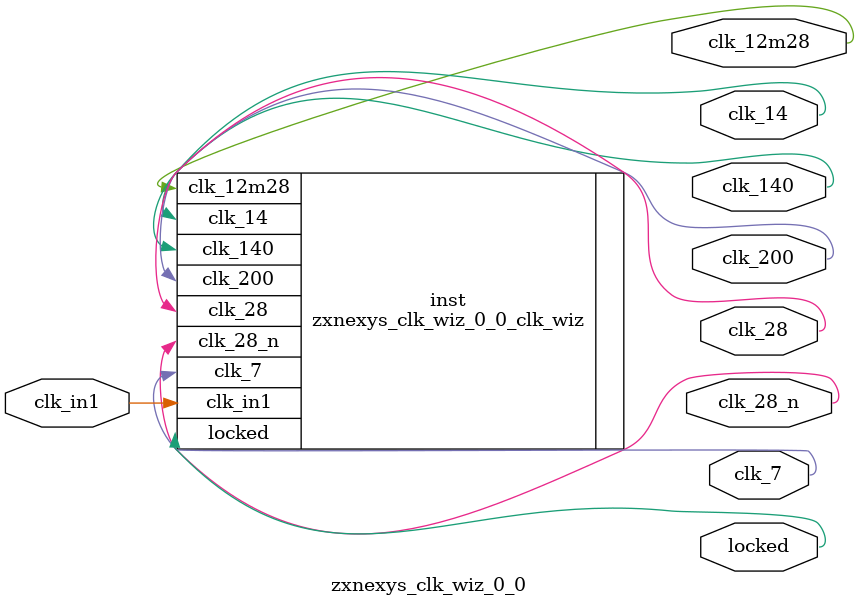
<source format=v>


`timescale 1ps/1ps

(* CORE_GENERATION_INFO = "zxnexys_clk_wiz_0_0,clk_wiz_v6_0_9_0_0,{component_name=zxnexys_clk_wiz_0_0,use_phase_alignment=true,use_min_o_jitter=false,use_max_i_jitter=false,use_dyn_phase_shift=false,use_inclk_switchover=false,use_dyn_reconfig=false,enable_axi=0,feedback_source=FDBK_AUTO,PRIMITIVE=MMCM,num_out_clk=7,clkin1_period=10.000,clkin2_period=10.000,use_power_down=false,use_reset=false,use_locked=true,use_inclk_stopped=false,feedback_type=SINGLE,CLOCK_MGR_TYPE=NA,manual_override=false}" *)

module zxnexys_clk_wiz_0_0 
 (
  // Clock out ports
  output        clk_200,
  output        clk_140,
  output        clk_28_n,
  output        clk_28,
  output        clk_14,
  output        clk_12m28,
  output        clk_7,
  // Status and control signals
  output        locked,
 // Clock in ports
  input         clk_in1
 );

  zxnexys_clk_wiz_0_0_clk_wiz inst
  (
  // Clock out ports  
  .clk_200(clk_200),
  .clk_140(clk_140),
  .clk_28_n(clk_28_n),
  .clk_28(clk_28),
  .clk_14(clk_14),
  .clk_12m28(clk_12m28),
  .clk_7(clk_7),
  // Status and control signals               
  .locked(locked),
 // Clock in ports
  .clk_in1(clk_in1)
  );

endmodule

</source>
